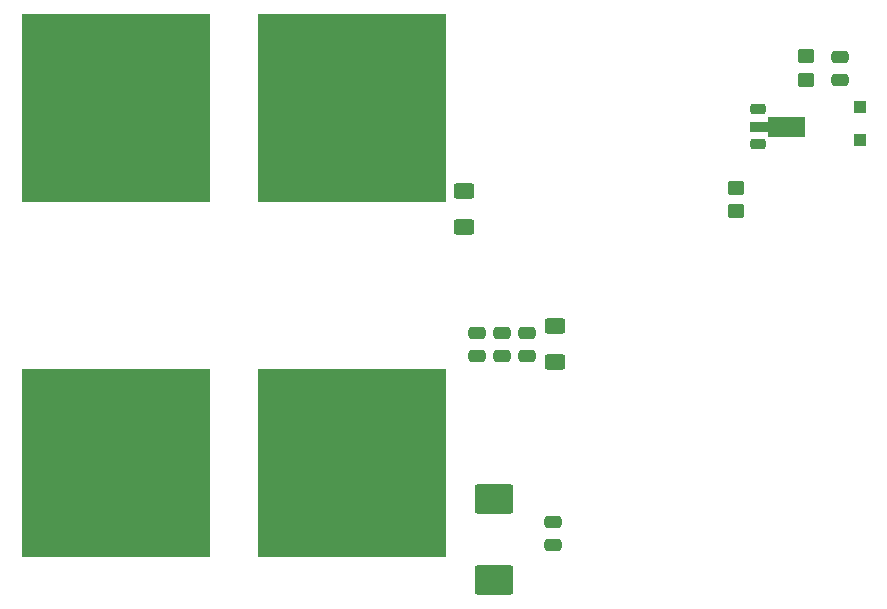
<source format=gbr>
%TF.GenerationSoftware,KiCad,Pcbnew,8.0.7-8.0.7-0~ubuntu22.04.1*%
%TF.CreationDate,2024-12-28T18:58:49+01:00*%
%TF.ProjectId,CrowBar,43726f77-4261-4722-9e6b-696361645f70,1.0A*%
%TF.SameCoordinates,Original*%
%TF.FileFunction,Paste,Top*%
%TF.FilePolarity,Positive*%
%FSLAX46Y46*%
G04 Gerber Fmt 4.6, Leading zero omitted, Abs format (unit mm)*
G04 Created by KiCad (PCBNEW 8.0.7-8.0.7-0~ubuntu22.04.1) date 2024-12-28 18:58:49*
%MOMM*%
%LPD*%
G01*
G04 APERTURE LIST*
G04 Aperture macros list*
%AMRoundRect*
0 Rectangle with rounded corners*
0 $1 Rounding radius*
0 $2 $3 $4 $5 $6 $7 $8 $9 X,Y pos of 4 corners*
0 Add a 4 corners polygon primitive as box body*
4,1,4,$2,$3,$4,$5,$6,$7,$8,$9,$2,$3,0*
0 Add four circle primitives for the rounded corners*
1,1,$1+$1,$2,$3*
1,1,$1+$1,$4,$5*
1,1,$1+$1,$6,$7*
1,1,$1+$1,$8,$9*
0 Add four rect primitives between the rounded corners*
20,1,$1+$1,$2,$3,$4,$5,0*
20,1,$1+$1,$4,$5,$6,$7,0*
20,1,$1+$1,$6,$7,$8,$9,0*
20,1,$1+$1,$8,$9,$2,$3,0*%
%AMFreePoly0*
4,1,9,3.862500,-0.866500,0.737500,-0.866500,0.737500,-0.450000,-0.737500,-0.450000,-0.737500,0.450000,0.737500,0.450000,0.737500,0.866500,3.862500,0.866500,3.862500,-0.866500,3.862500,-0.866500,$1*%
G04 Aperture macros list end*
%ADD10RoundRect,0.250000X-0.625000X0.400000X-0.625000X-0.400000X0.625000X-0.400000X0.625000X0.400000X0*%
%ADD11RoundRect,0.250000X0.450000X-0.350000X0.450000X0.350000X-0.450000X0.350000X-0.450000X-0.350000X0*%
%ADD12R,16.000000X16.000000*%
%ADD13RoundRect,0.250000X-0.450000X0.350000X-0.450000X-0.350000X0.450000X-0.350000X0.450000X0.350000X0*%
%ADD14RoundRect,0.250000X0.475000X-0.250000X0.475000X0.250000X-0.475000X0.250000X-0.475000X-0.250000X0*%
%ADD15RoundRect,0.250000X-0.475000X0.250000X-0.475000X-0.250000X0.475000X-0.250000X0.475000X0.250000X0*%
%ADD16RoundRect,0.250000X0.625000X-0.400000X0.625000X0.400000X-0.625000X0.400000X-0.625000X-0.400000X0*%
%ADD17RoundRect,0.250000X0.300000X-0.300000X0.300000X0.300000X-0.300000X0.300000X-0.300000X-0.300000X0*%
%ADD18RoundRect,0.225000X-0.425000X-0.225000X0.425000X-0.225000X0.425000X0.225000X-0.425000X0.225000X0*%
%ADD19FreePoly0,0.000000*%
%ADD20RoundRect,0.250000X-1.400000X-1.000000X1.400000X-1.000000X1.400000X1.000000X-1.400000X1.000000X0*%
G04 APERTURE END LIST*
D10*
%TO.C,R4*%
X146500000Y-36950000D03*
X146500000Y-40050000D03*
%TD*%
D11*
%TO.C,R1*%
X175450000Y-27550000D03*
X175450000Y-25550000D03*
%TD*%
D12*
%TO.C,J2*%
X117000000Y-30000000D03*
%TD*%
%TO.C,J1*%
X137000000Y-30000000D03*
%TD*%
D13*
%TO.C,R3*%
X169500000Y-36700000D03*
X169500000Y-38700000D03*
%TD*%
D14*
%TO.C,C3*%
X151800000Y-50950000D03*
X151800000Y-49050000D03*
%TD*%
D15*
%TO.C,C4*%
X154000000Y-65050000D03*
X154000000Y-66950000D03*
%TD*%
D16*
%TO.C,R2*%
X154200000Y-51500000D03*
X154200000Y-48400000D03*
%TD*%
D17*
%TO.C,D1*%
X180000000Y-32700000D03*
X180000000Y-29900000D03*
%TD*%
D14*
%TO.C,C2*%
X149700000Y-50950000D03*
X149700000Y-49050000D03*
%TD*%
D18*
%TO.C,Q1*%
X171350000Y-30037500D03*
D19*
X171437500Y-31537500D03*
D18*
X171350000Y-33037500D03*
%TD*%
D14*
%TO.C,C5*%
X147600000Y-50950000D03*
X147600000Y-49050000D03*
%TD*%
%TO.C,C1*%
X178350000Y-27550000D03*
X178350000Y-25650000D03*
%TD*%
D12*
%TO.C,J4*%
X117000000Y-60000000D03*
%TD*%
D20*
%TO.C,D3*%
X149000000Y-63100000D03*
X149000000Y-69900000D03*
%TD*%
D12*
%TO.C,J3*%
X137000000Y-60000000D03*
%TD*%
M02*

</source>
